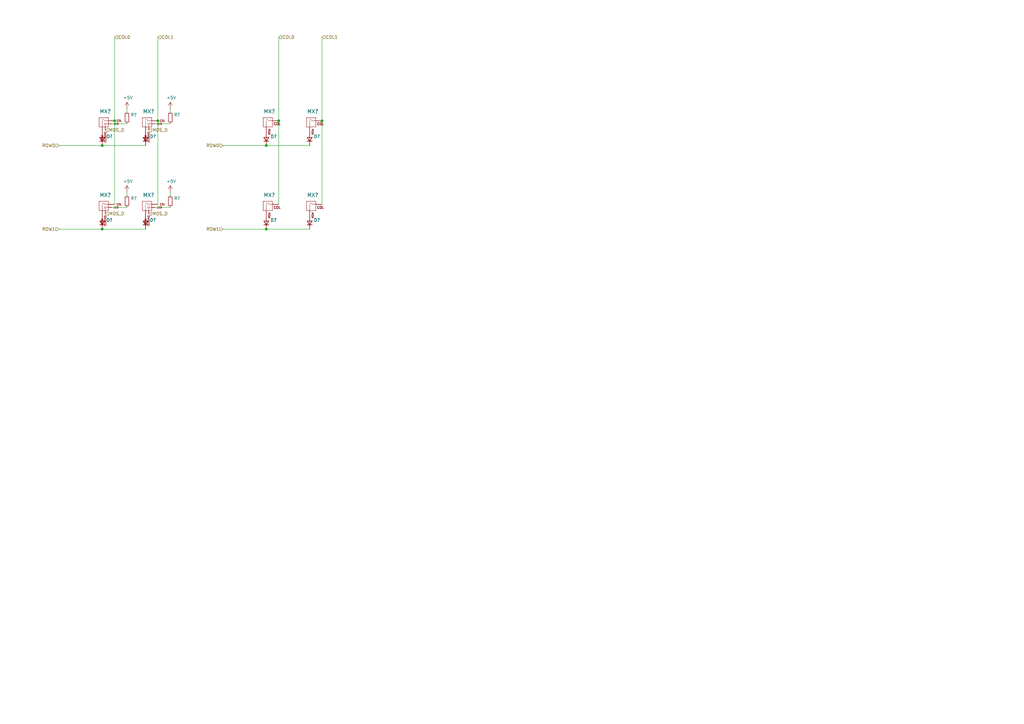
<source format=kicad_sch>
(kicad_sch (version 20211123) (generator eeschema)
  (paper "A3")
  (lib_symbols
    (symbol "Device:D_Small" (pin_numbers hide) (pin_names (offset 0.254) hide)
      (property "Reference" "D" (at -1.27 2.032 0))
      (property "Value" "D_Small" (at -3.81 -2.032 0))
      (symbol "D_Small_0_1"
        (polyline (pts (xy -0.762 -1.016) (xy -0.762 1.016)) (stroke (width 0.254)))
        (polyline (pts (xy -0.762 0) (xy 0.762 0)))
        (polyline (pts (xy 0.762 -1.016) (xy -0.762 0) (xy 0.762 1.016) (xy 0.762 -1.016)) (stroke (width 0.254)))
      )
      (symbol "D_Small_1_1"
        (pin passive line (at -2.54 0 0) (length 1.778) (name "K") (number "1"))
        (pin passive line (at 2.54 0 180) (length 1.778) (name "A") (number "2"))
      )
    )
    (symbol "Device:R_Small" (pin_numbers hide) (pin_names (offset 0.254) hide)
      (property "Reference" "R" (at 0.762 0.508 0))
      (property "Value" "R_Small" (at 0.762 -1.016 0))
      (symbol "R_Small_0_1"
        (rectangle (start -0.762 1.778) (end 0.762 -1.778) (stroke (width 0.2032)))
      )
      (symbol "R_Small_1_1"
        (pin passive line (at 0 2.54 270) (length 0.762) (name "~") (number "1"))
        (pin passive line (at 0 -2.54 90) (length 0.762) (name "~") (number "2"))
      )
    )
    (symbol "MX_Alps_Hybrid:MX-LED" (pin_names (offset 1.016))
      (property "Reference" "MX" (at -0.635 3.81 0))
      (property "Value" "MX-LED" (at -0.635 1.27 0))
      (symbol "MX-LED_0_0"
        (rectangle (start -2.54 2.54) (end 1.27 -1.27))
        (polyline (pts (xy -1.27 -1.27) (xy -1.27 1.27)) (stroke (width 0.127)))
        (polyline (pts (xy 0 -1.27) (xy 0 -0.635)) (stroke (width 0.127)))
        (polyline (pts (xy 1.27 0) (xy 0.635 0)) (stroke (width 0.127)))
        (polyline (pts (xy 1.27 1.27) (xy 0 1.27) (xy -1.27 1.905)) (stroke (width 0.127)))
        (circle (center 0 0) (radius 0.3556) (stroke (width 0.127)))
        (text "COL" (at 5.715 1.27 0) (effects (font (size 0.762 0.762) bold)))
        (text "LED" (at 4.445 0 0) (effects (font (size 0.762 0.762))))
        (text "ROW" (at -1.27 -4.445 900) (effects (font (size 0.762 0.762)) (justify right)))
      )
      (symbol "MX-LED_1_0"
        (text "LEDGND" (at 0 -3.175 900) (effects (font (size 0.762 0.762)) (justify right)))
      )
      (symbol "MX-LED_1_1"
        (pin passive line (at 3.81 1.27 180) (length 2.54) (name "COL") (number "1"))
        (pin passive line (at -1.27 -3.81 90) (length 2.54) (name "ROW") (number "2"))
        (pin input line (at 2.54 0 180) (length 1.27) (name "LED") (number "3"))
        (pin passive line (at 0 -2.54 90) (length 1.27) (name "LEDGND") (number "4"))
      )
    )
    (symbol "MX_Alps_Hybrid:MX-NoLED" (pin_names (offset 1.016))
      (property "Reference" "MX" (at -0.635 3.81 0))
      (property "Value" "MX-NoLED" (at -0.635 1.27 0))
      (symbol "MX-NoLED_0_0"
        (rectangle (start -2.54 2.54) (end 1.27 -1.27))
        (polyline (pts (xy -1.27 -1.27) (xy -1.27 1.27)) (stroke (width 0.127)))
        (polyline (pts (xy 1.27 1.27) (xy 0 1.27) (xy -1.27 1.905)) (stroke (width 0.127)))
        (text "COL" (at 3.175 0 0) (effects (font (size 0.9906 0.9906) bold)))
        (text "ROW" (at 0 -1.905 900) (effects (font (size 0.762 0.762)) (justify right)))
      )
      (symbol "MX-NoLED_1_1"
        (pin passive line (at 3.81 1.27 180) (length 2.54) (name "COL") (number "1"))
        (pin passive line (at -1.27 -3.81 90) (length 2.54) (name "ROW") (number "2"))
      )
    )
    (symbol "power:+5V" (power) (pin_names (offset 0))
      (property "Value" "+5V" (at 0 3.556 0))
      (symbol "+5V_0_1"
        (polyline (pts (xy -0.762 1.27) (xy 0 2.54)))
        (polyline (pts (xy 0 0) (xy 0 2.54)))
        (polyline (pts (xy 0 2.54) (xy 0.762 1.27)))
      )
      (symbol "+5V_1_1"
        (pin power_in line (at 0 0 90) (length 0) hide (name "+5V") (number "1"))
      )
    )
  )
  (junction (at 46.99 49.53))
  (junction (at 41.91 59.69))
  (junction (at 109.22 59.69))
  (junction (at 64.77 49.53))
  (junction (at 109.22 93.98))
  (junction (at 114.3 49.53))
  (junction (at 132.08 49.53))
  (junction (at 41.91 93.98))
  (wire (pts (xy 64.77 15.24) (xy 64.77 49.53)))
  (wire (pts (xy 109.22 93.98) (xy 91.44 93.98)))
  (wire (pts (xy 59.69 59.69) (xy 41.91 59.69)))
  (wire (pts (xy 41.91 93.98) (xy 24.13 93.98)))
  (wire (pts (xy 64.77 49.53) (xy 64.77 83.82)))
  (wire (pts (xy 63.5 50.8) (xy 69.85 50.8)))
  (wire (pts (xy 109.22 59.69) (xy 91.44 59.69)))
  (wire (pts (xy 52.07 44.45) (xy 52.07 45.72)))
  (wire (pts (xy 46.99 49.53) (xy 46.99 83.82)))
  (wire (pts (xy 127 59.69) (xy 109.22 59.69)))
  (wire (pts (xy 114.3 15.24) (xy 114.3 49.53)))
  (wire (pts (xy 45.72 50.8) (xy 52.07 50.8)))
  (wire (pts (xy 127 93.98) (xy 109.22 93.98)))
  (wire (pts (xy 46.99 15.24) (xy 46.99 49.53)))
  (wire (pts (xy 59.69 93.98) (xy 41.91 93.98)))
  (wire (pts (xy 69.85 78.74) (xy 69.85 80.01)))
  (wire (pts (xy 132.08 15.24) (xy 132.08 49.53)))
  (wire (pts (xy 52.07 78.74) (xy 52.07 80.01)))
  (wire (pts (xy 114.3 49.53) (xy 114.3 83.82)))
  (wire (pts (xy 63.5 85.09) (xy 69.85 85.09)))
  (wire (pts (xy 41.91 59.69) (xy 24.13 59.69)))
  (wire (pts (xy 45.72 85.09) (xy 52.07 85.09)))
  (wire (pts (xy 132.08 49.53) (xy 132.08 83.82)))
  (wire (pts (xy 69.85 44.45) (xy 69.85 45.72)))
  (hierarchical_label "ROW0" (shape input) (at 91.44 59.69 180))
  (hierarchical_label "MOS_D" (shape input) (at 43.18 87.63 0))
  (hierarchical_label "MOS_D" (shape input) (at 60.96 87.63 0))
  (hierarchical_label "COL1" (shape input) (at 132.08 15.24 0))
  (hierarchical_label "ROW1" (shape input) (at 24.13 93.98 180))
  (hierarchical_label "MOS_D" (shape input) (at 43.18 53.34 0))
  (hierarchical_label "COL0" (shape input) (at 114.3 15.24 0))
  (hierarchical_label "ROW0" (shape input) (at 24.13 59.69 180))
  (hierarchical_label "MOS_D" (shape input) (at 60.96 53.34 0))
  (hierarchical_label "COL1" (shape input) (at 64.77 15.24 0))
  (hierarchical_label "ROW1" (shape input) (at 91.44 93.98 180))
  (hierarchical_label "COL0" (shape input) (at 46.99 15.24 0))
  (symbol (lib_id "MX_Alps_Hybrid:MX-LED") (at 43.18 50.8 0) (unit 1)
    (property "Reference" "MX?" (at 43.18 45.72 0) (effects (font (size 1.524 1.524))))
  )
  (symbol (lib_id "Device:R_Small") (at 52.07 48.26 0) (unit 1)
    (property "Reference" "R?" (at 53.5686 47.0916 0) (effects (justify left)))
  )
  (symbol (lib_id "power:+5V") (at 52.07 44.45 0) (unit 1)
    (property "Reference" "#PWR?" (effects hide))
  )
  (symbol (lib_id "MX_Alps_Hybrid:MX-LED") (at 60.96 50.8 0) (unit 1)
    (property "Reference" "MX?" (at 60.96 45.72 0) (effects (font (size 1.524 1.524))))
  )
  (symbol (lib_id "Device:R_Small") (at 69.85 48.26 0) (unit 1)
    (property "Reference" "R?" (at 71.3486 47.0916 0) (effects (justify left)))
  )
  (symbol (lib_id "power:+5V") (at 69.85 44.45 0) (unit 1)
    (property "Reference" "#PWR?" (effects hide))
  )
  (symbol (lib_id "MX_Alps_Hybrid:MX-LED") (at 43.18 85.09 0) (unit 1)
    (property "Reference" "MX?" (at 43.18 80.01 0) (effects (font (size 1.524 1.524))))
  )
  (symbol (lib_id "Device:R_Small") (at 52.07 82.55 0) (unit 1)
    (property "Reference" "R?" (at 53.5686 81.3816 0) (effects (justify left)))
  )
  (symbol (lib_id "power:+5V") (at 52.07 78.74 0) (unit 1)
    (property "Reference" "#PWR?" (effects hide))
  )
  (symbol (lib_id "MX_Alps_Hybrid:MX-LED") (at 60.96 85.09 0) (unit 1)
    (property "Reference" "MX?" (at 60.96 80.01 0) (effects (font (size 1.524 1.524))))
  )
  (symbol (lib_id "Device:R_Small") (at 69.85 82.55 0) (unit 1)
    (property "Reference" "R?" (at 71.3486 81.3816 0) (effects (justify left)))
  )
  (symbol (lib_id "power:+5V") (at 69.85 78.74 0) (unit 1)
    (property "Reference" "#PWR?" (effects hide))
  )
  (symbol (lib_id "Device:D_Small") (at 41.91 91.44 90) (unit 1)
    (property "Reference" "D?" (at 43.6372 90.2716 90) (effects (justify right)))
  )
  (symbol (lib_id "Device:D_Small") (at 59.69 91.44 90) (unit 1)
    (property "Reference" "D?" (at 61.4172 90.2716 90) (effects (justify right)))
  )
  (symbol (lib_id "Device:D_Small") (at 41.91 57.15 90) (unit 1)
    (property "Reference" "D?" (at 43.6372 55.9816 90) (effects (justify right)))
  )
  (symbol (lib_id "Device:D_Small") (at 59.69 57.15 90) (unit 1)
    (property "Reference" "D?" (at 61.4172 55.9816 90) (effects (justify right)))
  )
  (symbol (lib_id "MX_Alps_Hybrid:MX-NoLED") (at 110.49 50.8 0) (unit 1)
    (property "Reference" "MX?" (at 110.49 45.72 0) (effects (font (size 1.524 1.524))))
  )
  (symbol (lib_id "MX_Alps_Hybrid:MX-NoLED") (at 128.27 50.8 0) (unit 1)
    (property "Reference" "MX?" (at 128.27 45.72 0) (effects (font (size 1.524 1.524))))
  )
  (symbol (lib_id "MX_Alps_Hybrid:MX-NoLED") (at 110.49 85.09 0) (unit 1)
    (property "Reference" "MX?" (at 110.49 80.01 0) (effects (font (size 1.524 1.524))))
  )
  (symbol (lib_id "MX_Alps_Hybrid:MX-NoLED") (at 128.27 85.09 0) (unit 1)
    (property "Reference" "MX?" (at 128.27 80.01 0) (effects (font (size 1.524 1.524))))
  )
  (symbol (lib_id "Device:D_Small") (at 109.22 91.44 90) (unit 1)
    (property "Reference" "D?" (at 110.9472 90.2716 90) (effects (justify right)))
  )
  (symbol (lib_id "Device:D_Small") (at 127 91.44 90) (unit 1)
    (property "Reference" "D?" (at 128.7272 90.2716 90) (effects (justify right)))
  )
  (symbol (lib_id "Device:D_Small") (at 109.22 57.15 90) (unit 1)
    (property "Reference" "D?" (at 110.9472 55.9816 90) (effects (justify right)))
  )
  (symbol (lib_id "Device:D_Small") (at 127 57.15 90) (unit 1)
    (property "Reference" "D?" (at 128.7272 55.9816 90) (effects (justify right)))
  )
)
</source>
